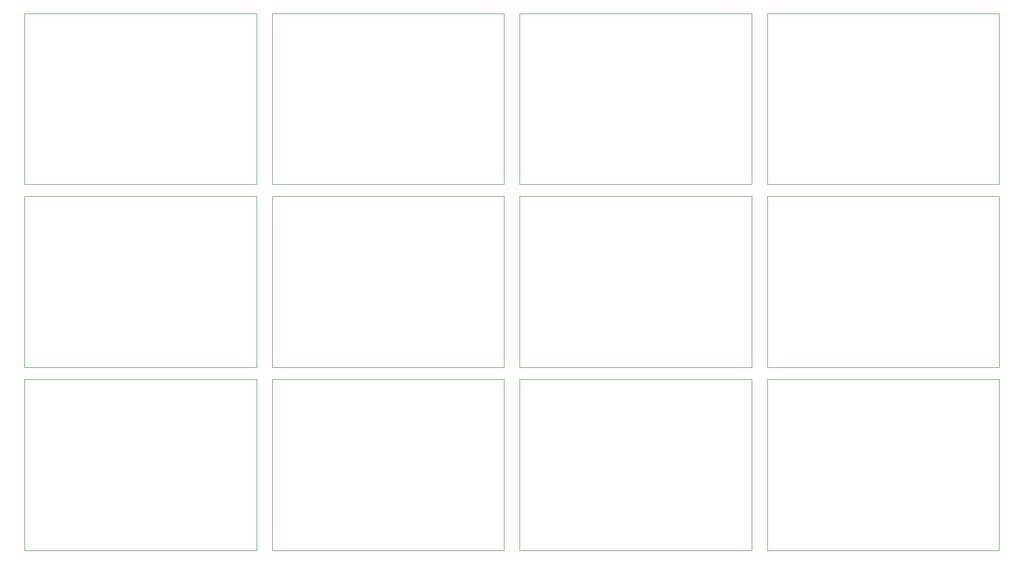
<source format=gbr>
G04 #@! TF.FileFunction,Profile,NP*
%FSLAX46Y46*%
G04 Gerber Fmt 4.6, Leading zero omitted, Abs format (unit mm)*
G04 Created by KiCad (PCBNEW 4.0.6-e0-6349~53~ubuntu16.04.1) date Sat Mar 11 21:42:00 2017*
%MOMM*%
%LPD*%
G01*
G04 APERTURE LIST*
%ADD10C,0.100000*%
G04 APERTURE END LIST*
D10*
X171190920Y-73266300D02*
X171190920Y-101079300D01*
X171190920Y-73266300D02*
X133471920Y-73266300D01*
X133471920Y-73266300D02*
X133471920Y-101079300D01*
X133471920Y-101079300D02*
X171190920Y-101079300D01*
X93215460Y-101079300D02*
X130934460Y-101079300D01*
X93215460Y-73266300D02*
X93215460Y-101079300D01*
X130934460Y-73266300D02*
X93215460Y-73266300D01*
X130934460Y-73266300D02*
X130934460Y-101079300D01*
X90678000Y-73266300D02*
X90678000Y-101079300D01*
X90678000Y-73266300D02*
X52959000Y-73266300D01*
X52959000Y-73266300D02*
X52959000Y-101079300D01*
X52959000Y-101079300D02*
X90678000Y-101079300D01*
X12700000Y-101079300D02*
X50419000Y-101079300D01*
X12700000Y-73266300D02*
X12700000Y-101079300D01*
X50419000Y-73266300D02*
X12700000Y-73266300D01*
X50419000Y-73266300D02*
X50419000Y-101079300D01*
X50419000Y-43479720D02*
X50419000Y-71292720D01*
X50419000Y-43479720D02*
X12700000Y-43479720D01*
X12700000Y-43479720D02*
X12700000Y-71292720D01*
X12700000Y-71292720D02*
X50419000Y-71292720D01*
X52959000Y-71292720D02*
X90678000Y-71292720D01*
X52959000Y-43479720D02*
X52959000Y-71292720D01*
X90678000Y-43479720D02*
X52959000Y-43479720D01*
X90678000Y-43479720D02*
X90678000Y-71292720D01*
X130934460Y-43479720D02*
X130934460Y-71292720D01*
X130934460Y-43479720D02*
X93215460Y-43479720D01*
X93215460Y-43479720D02*
X93215460Y-71292720D01*
X93215460Y-71292720D02*
X130934460Y-71292720D01*
X133471920Y-71292720D02*
X171190920Y-71292720D01*
X133471920Y-43479720D02*
X133471920Y-71292720D01*
X171190920Y-43479720D02*
X133471920Y-43479720D01*
X171190920Y-43479720D02*
X171190920Y-71292720D01*
X171190920Y-13716000D02*
X171190920Y-41529000D01*
X171190920Y-13716000D02*
X133471920Y-13716000D01*
X133471920Y-13716000D02*
X133471920Y-41529000D01*
X133471920Y-41529000D02*
X171190920Y-41529000D01*
X93215460Y-41529000D02*
X130934460Y-41529000D01*
X93215460Y-13716000D02*
X93215460Y-41529000D01*
X130934460Y-13716000D02*
X93215460Y-13716000D01*
X130934460Y-13716000D02*
X130934460Y-41529000D01*
X90678000Y-13716000D02*
X90678000Y-41529000D01*
X90678000Y-13716000D02*
X52959000Y-13716000D01*
X52959000Y-13716000D02*
X52959000Y-41529000D01*
X52959000Y-41529000D02*
X90678000Y-41529000D01*
X12700000Y-41529000D02*
X50419000Y-41529000D01*
X12700000Y-13716000D02*
X12700000Y-41529000D01*
X50419000Y-13716000D02*
X12700000Y-13716000D01*
X50419000Y-13716000D02*
X50419000Y-41529000D01*
M02*

</source>
